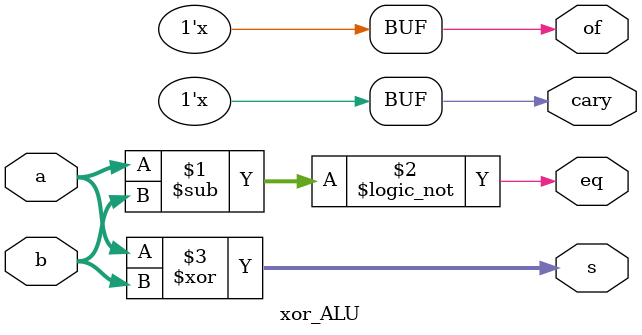
<source format=v>
`timescale 1ns / 1ps


module xor_ALU(
    input [31:0] a,
    input [31:0] b,
    output [31:0] s,
    output eq,
    output cary,
    output of
    );
    
    assign eq = (a-b == 0);
    assign cary = 1'bZ;
    assign of = 1'bZ;
    
    assign s = a ^ b;
    
endmodule

</source>
